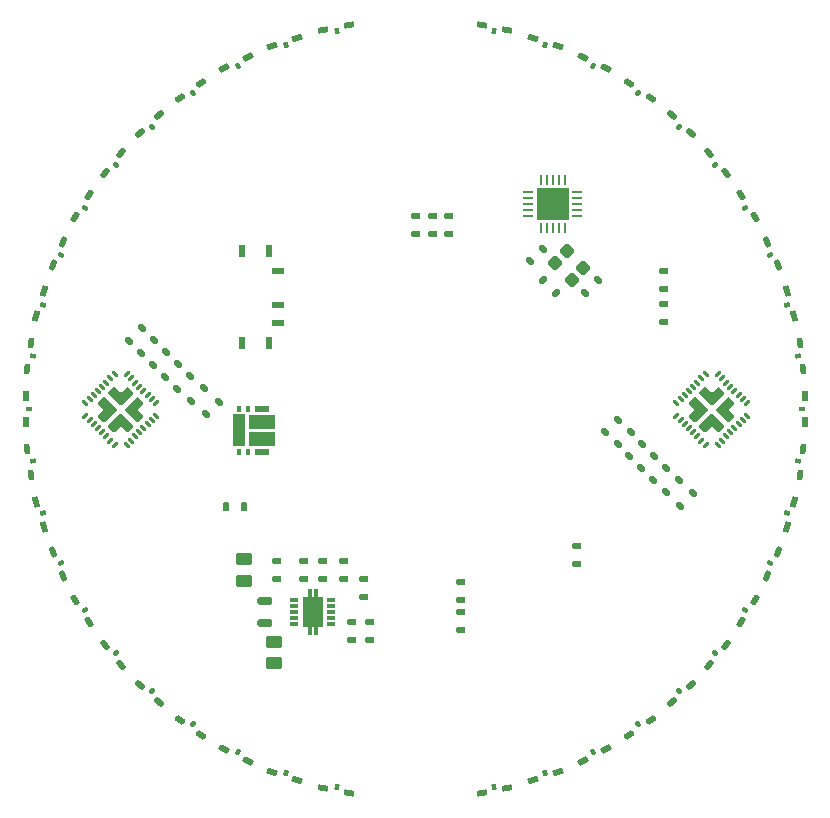
<source format=gtp>
%FSLAX24Y24*%
%MOIN*%
G70*
G01*
G75*
G04 Layer_Color=8421504*
%ADD10C,0.0100*%
%ADD11R,0.0197X0.0433*%
%ADD12R,0.0433X0.0197*%
G04:AMPARAMS|DCode=13|XSize=30mil|YSize=22mil|CornerRadius=5.5mil|HoleSize=0mil|Usage=FLASHONLY|Rotation=180.000|XOffset=0mil|YOffset=0mil|HoleType=Round|Shape=RoundedRectangle|*
%AMROUNDEDRECTD13*
21,1,0.0300,0.0110,0,0,180.0*
21,1,0.0190,0.0220,0,0,180.0*
1,1,0.0110,-0.0095,0.0055*
1,1,0.0110,0.0095,0.0055*
1,1,0.0110,0.0095,-0.0055*
1,1,0.0110,-0.0095,-0.0055*
%
%ADD13ROUNDEDRECTD13*%
G04:AMPARAMS|DCode=14|XSize=55.1mil|YSize=39.4mil|CornerRadius=4.9mil|HoleSize=0mil|Usage=FLASHONLY|Rotation=180.000|XOffset=0mil|YOffset=0mil|HoleType=Round|Shape=RoundedRectangle|*
%AMROUNDEDRECTD14*
21,1,0.0551,0.0295,0,0,180.0*
21,1,0.0453,0.0394,0,0,180.0*
1,1,0.0098,-0.0226,0.0148*
1,1,0.0098,0.0226,0.0148*
1,1,0.0098,0.0226,-0.0148*
1,1,0.0098,-0.0226,-0.0148*
%
%ADD14ROUNDEDRECTD14*%
G04:AMPARAMS|DCode=15|XSize=50mil|YSize=24mil|CornerRadius=6mil|HoleSize=0mil|Usage=FLASHONLY|Rotation=180.000|XOffset=0mil|YOffset=0mil|HoleType=Round|Shape=RoundedRectangle|*
%AMROUNDEDRECTD15*
21,1,0.0500,0.0120,0,0,180.0*
21,1,0.0380,0.0240,0,0,180.0*
1,1,0.0120,-0.0190,0.0060*
1,1,0.0120,0.0190,0.0060*
1,1,0.0120,0.0190,-0.0060*
1,1,0.0120,-0.0190,-0.0060*
%
%ADD15ROUNDEDRECTD15*%
G04:AMPARAMS|DCode=16|XSize=30mil|YSize=22mil|CornerRadius=5.5mil|HoleSize=0mil|Usage=FLASHONLY|Rotation=135.000|XOffset=0mil|YOffset=0mil|HoleType=Round|Shape=RoundedRectangle|*
%AMROUNDEDRECTD16*
21,1,0.0300,0.0110,0,0,135.0*
21,1,0.0190,0.0220,0,0,135.0*
1,1,0.0110,-0.0028,0.0106*
1,1,0.0110,0.0106,-0.0028*
1,1,0.0110,0.0028,-0.0106*
1,1,0.0110,-0.0106,0.0028*
%
%ADD16ROUNDEDRECTD16*%
%ADD17R,0.1102X0.1102*%
%ADD18O,0.0098X0.0354*%
%ADD19O,0.0354X0.0098*%
G04:AMPARAMS|DCode=20|XSize=40mil|YSize=40mil|CornerRadius=10mil|HoleSize=0mil|Usage=FLASHONLY|Rotation=135.000|XOffset=0mil|YOffset=0mil|HoleType=Round|Shape=RoundedRectangle|*
%AMROUNDEDRECTD20*
21,1,0.0400,0.0200,0,0,135.0*
21,1,0.0200,0.0400,0,0,135.0*
1,1,0.0200,0.0000,0.0141*
1,1,0.0200,0.0141,0.0000*
1,1,0.0200,0.0000,-0.0141*
1,1,0.0200,-0.0141,0.0000*
%
%ADD20ROUNDEDRECTD20*%
%ADD21P,0.1893X4X180.0*%
G04:AMPARAMS|DCode=22|XSize=9.8mil|YSize=29.5mil|CornerRadius=0mil|HoleSize=0mil|Usage=FLASHONLY|Rotation=135.000|XOffset=0mil|YOffset=0mil|HoleType=Round|Shape=Round|*
%AMOVALD22*
21,1,0.0197,0.0098,0.0000,0.0000,225.0*
1,1,0.0098,0.0070,0.0070*
1,1,0.0098,-0.0070,-0.0070*
%
%ADD22OVALD22*%

G04:AMPARAMS|DCode=23|XSize=9.8mil|YSize=29.5mil|CornerRadius=0mil|HoleSize=0mil|Usage=FLASHONLY|Rotation=225.000|XOffset=0mil|YOffset=0mil|HoleType=Round|Shape=Round|*
%AMOVALD23*
21,1,0.0197,0.0098,0.0000,0.0000,315.0*
1,1,0.0098,-0.0070,0.0070*
1,1,0.0098,0.0070,-0.0070*
%
%ADD23OVALD23*%

G04:AMPARAMS|DCode=24|XSize=35.4mil|YSize=19.7mil|CornerRadius=2.5mil|HoleSize=0mil|Usage=FLASHONLY|Rotation=170.000|XOffset=0mil|YOffset=0mil|HoleType=Round|Shape=RoundedRectangle|*
%AMROUNDEDRECTD24*
21,1,0.0354,0.0148,0,0,170.0*
21,1,0.0305,0.0197,0,0,170.0*
1,1,0.0049,-0.0137,0.0099*
1,1,0.0049,0.0163,0.0046*
1,1,0.0049,0.0137,-0.0099*
1,1,0.0049,-0.0163,-0.0046*
%
%ADD24ROUNDEDRECTD24*%
G04:AMPARAMS|DCode=25|XSize=15.7mil|YSize=19.7mil|CornerRadius=2mil|HoleSize=0mil|Usage=FLASHONLY|Rotation=170.000|XOffset=0mil|YOffset=0mil|HoleType=Round|Shape=RoundedRectangle|*
%AMROUNDEDRECTD25*
21,1,0.0157,0.0157,0,0,170.0*
21,1,0.0118,0.0197,0,0,170.0*
1,1,0.0039,-0.0044,0.0088*
1,1,0.0039,0.0072,0.0067*
1,1,0.0039,0.0044,-0.0088*
1,1,0.0039,-0.0072,-0.0067*
%
%ADD25ROUNDEDRECTD25*%
G04:AMPARAMS|DCode=26|XSize=35.4mil|YSize=19.7mil|CornerRadius=2.5mil|HoleSize=0mil|Usage=FLASHONLY|Rotation=162.000|XOffset=0mil|YOffset=0mil|HoleType=Round|Shape=RoundedRectangle|*
%AMROUNDEDRECTD26*
21,1,0.0354,0.0148,0,0,162.0*
21,1,0.0305,0.0197,0,0,162.0*
1,1,0.0049,-0.0122,0.0117*
1,1,0.0049,0.0168,0.0023*
1,1,0.0049,0.0122,-0.0117*
1,1,0.0049,-0.0168,-0.0023*
%
%ADD26ROUNDEDRECTD26*%
G04:AMPARAMS|DCode=27|XSize=15.7mil|YSize=19.7mil|CornerRadius=2mil|HoleSize=0mil|Usage=FLASHONLY|Rotation=162.000|XOffset=0mil|YOffset=0mil|HoleType=Round|Shape=RoundedRectangle|*
%AMROUNDEDRECTD27*
21,1,0.0157,0.0157,0,0,162.0*
21,1,0.0118,0.0197,0,0,162.0*
1,1,0.0039,-0.0032,0.0093*
1,1,0.0039,0.0081,0.0057*
1,1,0.0039,0.0032,-0.0093*
1,1,0.0039,-0.0081,-0.0057*
%
%ADD27ROUNDEDRECTD27*%
G04:AMPARAMS|DCode=28|XSize=35.4mil|YSize=19.7mil|CornerRadius=2.5mil|HoleSize=0mil|Usage=FLASHONLY|Rotation=154.000|XOffset=0mil|YOffset=0mil|HoleType=Round|Shape=RoundedRectangle|*
%AMROUNDEDRECTD28*
21,1,0.0354,0.0148,0,0,154.0*
21,1,0.0305,0.0197,0,0,154.0*
1,1,0.0049,-0.0105,0.0133*
1,1,0.0049,0.0169,-0.0001*
1,1,0.0049,0.0105,-0.0133*
1,1,0.0049,-0.0169,0.0001*
%
%ADD28ROUNDEDRECTD28*%
G04:AMPARAMS|DCode=29|XSize=15.7mil|YSize=19.7mil|CornerRadius=2mil|HoleSize=0mil|Usage=FLASHONLY|Rotation=154.000|XOffset=0mil|YOffset=0mil|HoleType=Round|Shape=RoundedRectangle|*
%AMROUNDEDRECTD29*
21,1,0.0157,0.0157,0,0,154.0*
21,1,0.0118,0.0197,0,0,154.0*
1,1,0.0039,-0.0019,0.0097*
1,1,0.0039,0.0088,0.0045*
1,1,0.0039,0.0019,-0.0097*
1,1,0.0039,-0.0088,-0.0045*
%
%ADD29ROUNDEDRECTD29*%
G04:AMPARAMS|DCode=30|XSize=35.4mil|YSize=19.7mil|CornerRadius=2.5mil|HoleSize=0mil|Usage=FLASHONLY|Rotation=146.000|XOffset=0mil|YOffset=0mil|HoleType=Round|Shape=RoundedRectangle|*
%AMROUNDEDRECTD30*
21,1,0.0354,0.0148,0,0,146.0*
21,1,0.0305,0.0197,0,0,146.0*
1,1,0.0049,-0.0085,0.0147*
1,1,0.0049,0.0168,-0.0024*
1,1,0.0049,0.0085,-0.0147*
1,1,0.0049,-0.0168,0.0024*
%
%ADD30ROUNDEDRECTD30*%
G04:AMPARAMS|DCode=31|XSize=15.7mil|YSize=19.7mil|CornerRadius=2mil|HoleSize=0mil|Usage=FLASHONLY|Rotation=146.000|XOffset=0mil|YOffset=0mil|HoleType=Round|Shape=RoundedRectangle|*
%AMROUNDEDRECTD31*
21,1,0.0157,0.0157,0,0,146.0*
21,1,0.0118,0.0197,0,0,146.0*
1,1,0.0039,-0.0005,0.0098*
1,1,0.0039,0.0093,0.0032*
1,1,0.0039,0.0005,-0.0098*
1,1,0.0039,-0.0093,-0.0032*
%
%ADD31ROUNDEDRECTD31*%
G04:AMPARAMS|DCode=32|XSize=35.4mil|YSize=19.7mil|CornerRadius=2.5mil|HoleSize=0mil|Usage=FLASHONLY|Rotation=138.000|XOffset=0mil|YOffset=0mil|HoleType=Round|Shape=RoundedRectangle|*
%AMROUNDEDRECTD32*
21,1,0.0354,0.0148,0,0,138.0*
21,1,0.0305,0.0197,0,0,138.0*
1,1,0.0049,-0.0064,0.0157*
1,1,0.0049,0.0163,-0.0047*
1,1,0.0049,0.0064,-0.0157*
1,1,0.0049,-0.0163,0.0047*
%
%ADD32ROUNDEDRECTD32*%
G04:AMPARAMS|DCode=33|XSize=15.7mil|YSize=19.7mil|CornerRadius=2mil|HoleSize=0mil|Usage=FLASHONLY|Rotation=138.000|XOffset=0mil|YOffset=0mil|HoleType=Round|Shape=RoundedRectangle|*
%AMROUNDEDRECTD33*
21,1,0.0157,0.0157,0,0,138.0*
21,1,0.0118,0.0197,0,0,138.0*
1,1,0.0039,0.0009,0.0098*
1,1,0.0039,0.0097,0.0019*
1,1,0.0039,-0.0009,-0.0098*
1,1,0.0039,-0.0097,-0.0019*
%
%ADD33ROUNDEDRECTD33*%
G04:AMPARAMS|DCode=34|XSize=35.4mil|YSize=19.7mil|CornerRadius=2.5mil|HoleSize=0mil|Usage=FLASHONLY|Rotation=130.000|XOffset=0mil|YOffset=0mil|HoleType=Round|Shape=RoundedRectangle|*
%AMROUNDEDRECTD34*
21,1,0.0354,0.0148,0,0,130.0*
21,1,0.0305,0.0197,0,0,130.0*
1,1,0.0049,-0.0042,0.0164*
1,1,0.0049,0.0155,-0.0069*
1,1,0.0049,0.0042,-0.0164*
1,1,0.0049,-0.0155,0.0069*
%
%ADD34ROUNDEDRECTD34*%
G04:AMPARAMS|DCode=35|XSize=15.7mil|YSize=19.7mil|CornerRadius=2mil|HoleSize=0mil|Usage=FLASHONLY|Rotation=130.000|XOffset=0mil|YOffset=0mil|HoleType=Round|Shape=RoundedRectangle|*
%AMROUNDEDRECTD35*
21,1,0.0157,0.0157,0,0,130.0*
21,1,0.0118,0.0197,0,0,130.0*
1,1,0.0039,0.0022,0.0096*
1,1,0.0039,0.0098,0.0005*
1,1,0.0039,-0.0022,-0.0096*
1,1,0.0039,-0.0098,-0.0005*
%
%ADD35ROUNDEDRECTD35*%
G04:AMPARAMS|DCode=36|XSize=35.4mil|YSize=19.7mil|CornerRadius=2.5mil|HoleSize=0mil|Usage=FLASHONLY|Rotation=122.000|XOffset=0mil|YOffset=0mil|HoleType=Round|Shape=RoundedRectangle|*
%AMROUNDEDRECTD36*
21,1,0.0354,0.0148,0,0,122.0*
21,1,0.0305,0.0197,0,0,122.0*
1,1,0.0049,-0.0018,0.0169*
1,1,0.0049,0.0143,-0.0090*
1,1,0.0049,0.0018,-0.0169*
1,1,0.0049,-0.0143,0.0090*
%
%ADD36ROUNDEDRECTD36*%
G04:AMPARAMS|DCode=37|XSize=15.7mil|YSize=19.7mil|CornerRadius=2mil|HoleSize=0mil|Usage=FLASHONLY|Rotation=122.000|XOffset=0mil|YOffset=0mil|HoleType=Round|Shape=RoundedRectangle|*
%AMROUNDEDRECTD37*
21,1,0.0157,0.0157,0,0,122.0*
21,1,0.0118,0.0197,0,0,122.0*
1,1,0.0039,0.0035,0.0092*
1,1,0.0039,0.0098,-0.0008*
1,1,0.0039,-0.0035,-0.0092*
1,1,0.0039,-0.0098,0.0008*
%
%ADD37ROUNDEDRECTD37*%
G04:AMPARAMS|DCode=38|XSize=35.4mil|YSize=19.7mil|CornerRadius=2.5mil|HoleSize=0mil|Usage=FLASHONLY|Rotation=114.000|XOffset=0mil|YOffset=0mil|HoleType=Round|Shape=RoundedRectangle|*
%AMROUNDEDRECTD38*
21,1,0.0354,0.0148,0,0,114.0*
21,1,0.0305,0.0197,0,0,114.0*
1,1,0.0049,0.0005,0.0169*
1,1,0.0049,0.0129,-0.0109*
1,1,0.0049,-0.0005,-0.0169*
1,1,0.0049,-0.0129,0.0109*
%
%ADD38ROUNDEDRECTD38*%
G04:AMPARAMS|DCode=39|XSize=15.7mil|YSize=19.7mil|CornerRadius=2mil|HoleSize=0mil|Usage=FLASHONLY|Rotation=114.000|XOffset=0mil|YOffset=0mil|HoleType=Round|Shape=RoundedRectangle|*
%AMROUNDEDRECTD39*
21,1,0.0157,0.0157,0,0,114.0*
21,1,0.0118,0.0197,0,0,114.0*
1,1,0.0039,0.0048,0.0086*
1,1,0.0039,0.0096,-0.0022*
1,1,0.0039,-0.0048,-0.0086*
1,1,0.0039,-0.0096,0.0022*
%
%ADD39ROUNDEDRECTD39*%
G04:AMPARAMS|DCode=40|XSize=35.4mil|YSize=19.7mil|CornerRadius=2.5mil|HoleSize=0mil|Usage=FLASHONLY|Rotation=106.000|XOffset=0mil|YOffset=0mil|HoleType=Round|Shape=RoundedRectangle|*
%AMROUNDEDRECTD40*
21,1,0.0354,0.0148,0,0,106.0*
21,1,0.0305,0.0197,0,0,106.0*
1,1,0.0049,0.0029,0.0167*
1,1,0.0049,0.0113,-0.0126*
1,1,0.0049,-0.0029,-0.0167*
1,1,0.0049,-0.0113,0.0126*
%
%ADD40ROUNDEDRECTD40*%
G04:AMPARAMS|DCode=41|XSize=15.7mil|YSize=19.7mil|CornerRadius=2mil|HoleSize=0mil|Usage=FLASHONLY|Rotation=106.000|XOffset=0mil|YOffset=0mil|HoleType=Round|Shape=RoundedRectangle|*
%AMROUNDEDRECTD41*
21,1,0.0157,0.0157,0,0,106.0*
21,1,0.0118,0.0197,0,0,106.0*
1,1,0.0039,0.0059,0.0078*
1,1,0.0039,0.0092,-0.0035*
1,1,0.0039,-0.0059,-0.0078*
1,1,0.0039,-0.0092,0.0035*
%
%ADD41ROUNDEDRECTD41*%
G04:AMPARAMS|DCode=42|XSize=35.4mil|YSize=19.7mil|CornerRadius=2.5mil|HoleSize=0mil|Usage=FLASHONLY|Rotation=98.000|XOffset=0mil|YOffset=0mil|HoleType=Round|Shape=RoundedRectangle|*
%AMROUNDEDRECTD42*
21,1,0.0354,0.0148,0,0,98.0*
21,1,0.0305,0.0197,0,0,98.0*
1,1,0.0049,0.0052,0.0161*
1,1,0.0049,0.0094,-0.0141*
1,1,0.0049,-0.0052,-0.0161*
1,1,0.0049,-0.0094,0.0141*
%
%ADD42ROUNDEDRECTD42*%
G04:AMPARAMS|DCode=43|XSize=15.7mil|YSize=19.7mil|CornerRadius=2mil|HoleSize=0mil|Usage=FLASHONLY|Rotation=98.000|XOffset=0mil|YOffset=0mil|HoleType=Round|Shape=RoundedRectangle|*
%AMROUNDEDRECTD43*
21,1,0.0157,0.0157,0,0,98.0*
21,1,0.0118,0.0197,0,0,98.0*
1,1,0.0039,0.0070,0.0069*
1,1,0.0039,0.0086,-0.0048*
1,1,0.0039,-0.0070,-0.0069*
1,1,0.0039,-0.0086,0.0048*
%
%ADD43ROUNDEDRECTD43*%
G04:AMPARAMS|DCode=44|XSize=35.4mil|YSize=19.7mil|CornerRadius=2.5mil|HoleSize=0mil|Usage=FLASHONLY|Rotation=10.000|XOffset=0mil|YOffset=0mil|HoleType=Round|Shape=RoundedRectangle|*
%AMROUNDEDRECTD44*
21,1,0.0354,0.0148,0,0,10.0*
21,1,0.0305,0.0197,0,0,10.0*
1,1,0.0049,0.0163,-0.0046*
1,1,0.0049,-0.0137,-0.0099*
1,1,0.0049,-0.0163,0.0046*
1,1,0.0049,0.0137,0.0099*
%
%ADD44ROUNDEDRECTD44*%
G04:AMPARAMS|DCode=45|XSize=15.7mil|YSize=19.7mil|CornerRadius=2mil|HoleSize=0mil|Usage=FLASHONLY|Rotation=10.000|XOffset=0mil|YOffset=0mil|HoleType=Round|Shape=RoundedRectangle|*
%AMROUNDEDRECTD45*
21,1,0.0157,0.0157,0,0,10.0*
21,1,0.0118,0.0197,0,0,10.0*
1,1,0.0039,0.0072,-0.0067*
1,1,0.0039,-0.0044,-0.0088*
1,1,0.0039,-0.0072,0.0067*
1,1,0.0039,0.0044,0.0088*
%
%ADD45ROUNDEDRECTD45*%
G04:AMPARAMS|DCode=46|XSize=35.4mil|YSize=19.7mil|CornerRadius=2.5mil|HoleSize=0mil|Usage=FLASHONLY|Rotation=18.000|XOffset=0mil|YOffset=0mil|HoleType=Round|Shape=RoundedRectangle|*
%AMROUNDEDRECTD46*
21,1,0.0354,0.0148,0,0,18.0*
21,1,0.0305,0.0197,0,0,18.0*
1,1,0.0049,0.0168,-0.0023*
1,1,0.0049,-0.0122,-0.0117*
1,1,0.0049,-0.0168,0.0023*
1,1,0.0049,0.0122,0.0117*
%
%ADD46ROUNDEDRECTD46*%
G04:AMPARAMS|DCode=47|XSize=15.7mil|YSize=19.7mil|CornerRadius=2mil|HoleSize=0mil|Usage=FLASHONLY|Rotation=18.000|XOffset=0mil|YOffset=0mil|HoleType=Round|Shape=RoundedRectangle|*
%AMROUNDEDRECTD47*
21,1,0.0157,0.0157,0,0,18.0*
21,1,0.0118,0.0197,0,0,18.0*
1,1,0.0039,0.0081,-0.0057*
1,1,0.0039,-0.0032,-0.0093*
1,1,0.0039,-0.0081,0.0057*
1,1,0.0039,0.0032,0.0093*
%
%ADD47ROUNDEDRECTD47*%
G04:AMPARAMS|DCode=48|XSize=35.4mil|YSize=19.7mil|CornerRadius=2.5mil|HoleSize=0mil|Usage=FLASHONLY|Rotation=26.000|XOffset=0mil|YOffset=0mil|HoleType=Round|Shape=RoundedRectangle|*
%AMROUNDEDRECTD48*
21,1,0.0354,0.0148,0,0,26.0*
21,1,0.0305,0.0197,0,0,26.0*
1,1,0.0049,0.0169,0.0001*
1,1,0.0049,-0.0105,-0.0133*
1,1,0.0049,-0.0169,-0.0001*
1,1,0.0049,0.0105,0.0133*
%
%ADD48ROUNDEDRECTD48*%
G04:AMPARAMS|DCode=49|XSize=15.7mil|YSize=19.7mil|CornerRadius=2mil|HoleSize=0mil|Usage=FLASHONLY|Rotation=26.000|XOffset=0mil|YOffset=0mil|HoleType=Round|Shape=RoundedRectangle|*
%AMROUNDEDRECTD49*
21,1,0.0157,0.0157,0,0,26.0*
21,1,0.0118,0.0197,0,0,26.0*
1,1,0.0039,0.0088,-0.0045*
1,1,0.0039,-0.0019,-0.0097*
1,1,0.0039,-0.0088,0.0045*
1,1,0.0039,0.0019,0.0097*
%
%ADD49ROUNDEDRECTD49*%
G04:AMPARAMS|DCode=50|XSize=35.4mil|YSize=19.7mil|CornerRadius=2.5mil|HoleSize=0mil|Usage=FLASHONLY|Rotation=34.000|XOffset=0mil|YOffset=0mil|HoleType=Round|Shape=RoundedRectangle|*
%AMROUNDEDRECTD50*
21,1,0.0354,0.0148,0,0,34.0*
21,1,0.0305,0.0197,0,0,34.0*
1,1,0.0049,0.0168,0.0024*
1,1,0.0049,-0.0085,-0.0147*
1,1,0.0049,-0.0168,-0.0024*
1,1,0.0049,0.0085,0.0147*
%
%ADD50ROUNDEDRECTD50*%
G04:AMPARAMS|DCode=51|XSize=15.7mil|YSize=19.7mil|CornerRadius=2mil|HoleSize=0mil|Usage=FLASHONLY|Rotation=34.000|XOffset=0mil|YOffset=0mil|HoleType=Round|Shape=RoundedRectangle|*
%AMROUNDEDRECTD51*
21,1,0.0157,0.0157,0,0,34.0*
21,1,0.0118,0.0197,0,0,34.0*
1,1,0.0039,0.0093,-0.0032*
1,1,0.0039,-0.0005,-0.0098*
1,1,0.0039,-0.0093,0.0032*
1,1,0.0039,0.0005,0.0098*
%
%ADD51ROUNDEDRECTD51*%
G04:AMPARAMS|DCode=52|XSize=35.4mil|YSize=19.7mil|CornerRadius=2.5mil|HoleSize=0mil|Usage=FLASHONLY|Rotation=42.000|XOffset=0mil|YOffset=0mil|HoleType=Round|Shape=RoundedRectangle|*
%AMROUNDEDRECTD52*
21,1,0.0354,0.0148,0,0,42.0*
21,1,0.0305,0.0197,0,0,42.0*
1,1,0.0049,0.0163,0.0047*
1,1,0.0049,-0.0064,-0.0157*
1,1,0.0049,-0.0163,-0.0047*
1,1,0.0049,0.0064,0.0157*
%
%ADD52ROUNDEDRECTD52*%
G04:AMPARAMS|DCode=53|XSize=15.7mil|YSize=19.7mil|CornerRadius=2mil|HoleSize=0mil|Usage=FLASHONLY|Rotation=42.000|XOffset=0mil|YOffset=0mil|HoleType=Round|Shape=RoundedRectangle|*
%AMROUNDEDRECTD53*
21,1,0.0157,0.0157,0,0,42.0*
21,1,0.0118,0.0197,0,0,42.0*
1,1,0.0039,0.0097,-0.0019*
1,1,0.0039,0.0009,-0.0098*
1,1,0.0039,-0.0097,0.0019*
1,1,0.0039,-0.0009,0.0098*
%
%ADD53ROUNDEDRECTD53*%
G04:AMPARAMS|DCode=54|XSize=35.4mil|YSize=19.7mil|CornerRadius=2.5mil|HoleSize=0mil|Usage=FLASHONLY|Rotation=50.000|XOffset=0mil|YOffset=0mil|HoleType=Round|Shape=RoundedRectangle|*
%AMROUNDEDRECTD54*
21,1,0.0354,0.0148,0,0,50.0*
21,1,0.0305,0.0197,0,0,50.0*
1,1,0.0049,0.0155,0.0069*
1,1,0.0049,-0.0042,-0.0164*
1,1,0.0049,-0.0155,-0.0069*
1,1,0.0049,0.0042,0.0164*
%
%ADD54ROUNDEDRECTD54*%
G04:AMPARAMS|DCode=55|XSize=15.7mil|YSize=19.7mil|CornerRadius=2mil|HoleSize=0mil|Usage=FLASHONLY|Rotation=50.000|XOffset=0mil|YOffset=0mil|HoleType=Round|Shape=RoundedRectangle|*
%AMROUNDEDRECTD55*
21,1,0.0157,0.0157,0,0,50.0*
21,1,0.0118,0.0197,0,0,50.0*
1,1,0.0039,0.0098,-0.0005*
1,1,0.0039,0.0022,-0.0096*
1,1,0.0039,-0.0098,0.0005*
1,1,0.0039,-0.0022,0.0096*
%
%ADD55ROUNDEDRECTD55*%
G04:AMPARAMS|DCode=56|XSize=35.4mil|YSize=19.7mil|CornerRadius=2.5mil|HoleSize=0mil|Usage=FLASHONLY|Rotation=58.000|XOffset=0mil|YOffset=0mil|HoleType=Round|Shape=RoundedRectangle|*
%AMROUNDEDRECTD56*
21,1,0.0354,0.0148,0,0,58.0*
21,1,0.0305,0.0197,0,0,58.0*
1,1,0.0049,0.0143,0.0090*
1,1,0.0049,-0.0018,-0.0169*
1,1,0.0049,-0.0143,-0.0090*
1,1,0.0049,0.0018,0.0169*
%
%ADD56ROUNDEDRECTD56*%
G04:AMPARAMS|DCode=57|XSize=15.7mil|YSize=19.7mil|CornerRadius=2mil|HoleSize=0mil|Usage=FLASHONLY|Rotation=58.000|XOffset=0mil|YOffset=0mil|HoleType=Round|Shape=RoundedRectangle|*
%AMROUNDEDRECTD57*
21,1,0.0157,0.0157,0,0,58.0*
21,1,0.0118,0.0197,0,0,58.0*
1,1,0.0039,0.0098,0.0008*
1,1,0.0039,0.0035,-0.0092*
1,1,0.0039,-0.0098,-0.0008*
1,1,0.0039,-0.0035,0.0092*
%
%ADD57ROUNDEDRECTD57*%
G04:AMPARAMS|DCode=58|XSize=35.4mil|YSize=19.7mil|CornerRadius=2.5mil|HoleSize=0mil|Usage=FLASHONLY|Rotation=66.000|XOffset=0mil|YOffset=0mil|HoleType=Round|Shape=RoundedRectangle|*
%AMROUNDEDRECTD58*
21,1,0.0354,0.0148,0,0,66.0*
21,1,0.0305,0.0197,0,0,66.0*
1,1,0.0049,0.0129,0.0109*
1,1,0.0049,0.0005,-0.0169*
1,1,0.0049,-0.0129,-0.0109*
1,1,0.0049,-0.0005,0.0169*
%
%ADD58ROUNDEDRECTD58*%
G04:AMPARAMS|DCode=59|XSize=15.7mil|YSize=19.7mil|CornerRadius=2mil|HoleSize=0mil|Usage=FLASHONLY|Rotation=66.000|XOffset=0mil|YOffset=0mil|HoleType=Round|Shape=RoundedRectangle|*
%AMROUNDEDRECTD59*
21,1,0.0157,0.0157,0,0,66.0*
21,1,0.0118,0.0197,0,0,66.0*
1,1,0.0039,0.0096,0.0022*
1,1,0.0039,0.0048,-0.0086*
1,1,0.0039,-0.0096,-0.0022*
1,1,0.0039,-0.0048,0.0086*
%
%ADD59ROUNDEDRECTD59*%
G04:AMPARAMS|DCode=60|XSize=35.4mil|YSize=19.7mil|CornerRadius=2.5mil|HoleSize=0mil|Usage=FLASHONLY|Rotation=74.000|XOffset=0mil|YOffset=0mil|HoleType=Round|Shape=RoundedRectangle|*
%AMROUNDEDRECTD60*
21,1,0.0354,0.0148,0,0,74.0*
21,1,0.0305,0.0197,0,0,74.0*
1,1,0.0049,0.0113,0.0126*
1,1,0.0049,0.0029,-0.0167*
1,1,0.0049,-0.0113,-0.0126*
1,1,0.0049,-0.0029,0.0167*
%
%ADD60ROUNDEDRECTD60*%
G04:AMPARAMS|DCode=61|XSize=15.7mil|YSize=19.7mil|CornerRadius=2mil|HoleSize=0mil|Usage=FLASHONLY|Rotation=74.000|XOffset=0mil|YOffset=0mil|HoleType=Round|Shape=RoundedRectangle|*
%AMROUNDEDRECTD61*
21,1,0.0157,0.0157,0,0,74.0*
21,1,0.0118,0.0197,0,0,74.0*
1,1,0.0039,0.0092,0.0035*
1,1,0.0039,0.0059,-0.0078*
1,1,0.0039,-0.0092,-0.0035*
1,1,0.0039,-0.0059,0.0078*
%
%ADD61ROUNDEDRECTD61*%
G04:AMPARAMS|DCode=62|XSize=35.4mil|YSize=19.7mil|CornerRadius=2.5mil|HoleSize=0mil|Usage=FLASHONLY|Rotation=82.000|XOffset=0mil|YOffset=0mil|HoleType=Round|Shape=RoundedRectangle|*
%AMROUNDEDRECTD62*
21,1,0.0354,0.0148,0,0,82.0*
21,1,0.0305,0.0197,0,0,82.0*
1,1,0.0049,0.0094,0.0141*
1,1,0.0049,0.0052,-0.0161*
1,1,0.0049,-0.0094,-0.0141*
1,1,0.0049,-0.0052,0.0161*
%
%ADD62ROUNDEDRECTD62*%
G04:AMPARAMS|DCode=63|XSize=15.7mil|YSize=19.7mil|CornerRadius=2mil|HoleSize=0mil|Usage=FLASHONLY|Rotation=82.000|XOffset=0mil|YOffset=0mil|HoleType=Round|Shape=RoundedRectangle|*
%AMROUNDEDRECTD63*
21,1,0.0157,0.0157,0,0,82.0*
21,1,0.0118,0.0197,0,0,82.0*
1,1,0.0039,0.0086,0.0048*
1,1,0.0039,0.0070,-0.0069*
1,1,0.0039,-0.0086,-0.0048*
1,1,0.0039,-0.0070,0.0069*
%
%ADD63ROUNDEDRECTD63*%
G04:AMPARAMS|DCode=64|XSize=35.4mil|YSize=19.7mil|CornerRadius=2.5mil|HoleSize=0mil|Usage=FLASHONLY|Rotation=90.000|XOffset=0mil|YOffset=0mil|HoleType=Round|Shape=RoundedRectangle|*
%AMROUNDEDRECTD64*
21,1,0.0354,0.0148,0,0,90.0*
21,1,0.0305,0.0197,0,0,90.0*
1,1,0.0049,0.0074,0.0153*
1,1,0.0049,0.0074,-0.0153*
1,1,0.0049,-0.0074,-0.0153*
1,1,0.0049,-0.0074,0.0153*
%
%ADD64ROUNDEDRECTD64*%
G04:AMPARAMS|DCode=65|XSize=15.7mil|YSize=19.7mil|CornerRadius=2mil|HoleSize=0mil|Usage=FLASHONLY|Rotation=90.000|XOffset=0mil|YOffset=0mil|HoleType=Round|Shape=RoundedRectangle|*
%AMROUNDEDRECTD65*
21,1,0.0157,0.0157,0,0,90.0*
21,1,0.0118,0.0197,0,0,90.0*
1,1,0.0039,0.0079,0.0059*
1,1,0.0039,0.0079,-0.0059*
1,1,0.0039,-0.0079,-0.0059*
1,1,0.0039,-0.0079,0.0059*
%
%ADD65ROUNDEDRECTD65*%
%ADD66R,0.0886X0.0472*%
%ADD67R,0.0433X0.1063*%
%ADD68R,0.0138X0.0236*%
%ADD69R,0.0453X0.0236*%
G04:AMPARAMS|DCode=70|XSize=30mil|YSize=22mil|CornerRadius=5.5mil|HoleSize=0mil|Usage=FLASHONLY|Rotation=225.000|XOffset=0mil|YOffset=0mil|HoleType=Round|Shape=RoundedRectangle|*
%AMROUNDEDRECTD70*
21,1,0.0300,0.0110,0,0,225.0*
21,1,0.0190,0.0220,0,0,225.0*
1,1,0.0110,-0.0106,-0.0028*
1,1,0.0110,0.0028,0.0106*
1,1,0.0110,0.0106,0.0028*
1,1,0.0110,-0.0028,-0.0106*
%
%ADD70ROUNDEDRECTD70*%
%ADD71R,0.0256X0.0118*%
%ADD72R,0.0689X0.0984*%
%ADD73R,0.0118X0.0256*%
G04:AMPARAMS|DCode=74|XSize=30mil|YSize=22mil|CornerRadius=5.5mil|HoleSize=0mil|Usage=FLASHONLY|Rotation=270.000|XOffset=0mil|YOffset=0mil|HoleType=Round|Shape=RoundedRectangle|*
%AMROUNDEDRECTD74*
21,1,0.0300,0.0110,0,0,270.0*
21,1,0.0190,0.0220,0,0,270.0*
1,1,0.0110,-0.0055,-0.0095*
1,1,0.0110,-0.0055,0.0095*
1,1,0.0110,0.0055,0.0095*
1,1,0.0110,0.0055,-0.0095*
%
%ADD74ROUNDEDRECTD74*%
%ADD75C,0.0200*%
%ADD76C,0.0080*%
%ADD77R,0.4350X0.1000*%
%ADD78R,0.4400X0.1650*%
%ADD79C,0.0276*%
%ADD80R,0.0591X0.0591*%
%ADD81R,0.0591X0.0591*%
%ADD82C,0.0591*%
%ADD83C,0.0250*%
%ADD84C,0.0260*%
%ADD85C,0.0157*%
%ADD86C,0.0300*%
%ADD87C,0.0500*%
%ADD88C,0.0197*%
%ADD89P,0.0341X8X157.5*%
G04:AMPARAMS|DCode=90|XSize=133.9mil|YSize=141.7mil|CornerRadius=0.7mil|HoleSize=0mil|Usage=FLASHONLY|Rotation=135.000|XOffset=0mil|YOffset=0mil|HoleType=Round|Shape=RoundedRectangle|*
%AMROUNDEDRECTD90*
21,1,0.1339,0.1404,0,0,135.0*
21,1,0.1325,0.1417,0,0,135.0*
1,1,0.0013,0.0028,0.0965*
1,1,0.0013,0.0965,0.0028*
1,1,0.0013,-0.0028,-0.0965*
1,1,0.0013,-0.0965,-0.0028*
%
%ADD90ROUNDEDRECTD90*%
G04:AMPARAMS|DCode=91|XSize=133.9mil|YSize=141.7mil|CornerRadius=0.7mil|HoleSize=0mil|Usage=FLASHONLY|Rotation=225.000|XOffset=0mil|YOffset=0mil|HoleType=Round|Shape=RoundedRectangle|*
%AMROUNDEDRECTD91*
21,1,0.1339,0.1404,0,0,225.0*
21,1,0.1325,0.1417,0,0,225.0*
1,1,0.0013,-0.0965,0.0028*
1,1,0.0013,-0.0028,0.0965*
1,1,0.0013,0.0965,-0.0028*
1,1,0.0013,0.0028,-0.0965*
%
%ADD91ROUNDEDRECTD91*%
G04:AMPARAMS|DCode=92|XSize=24mil|YSize=30mil|CornerRadius=6mil|HoleSize=0mil|Usage=FLASHONLY|Rotation=270.000|XOffset=0mil|YOffset=0mil|HoleType=Round|Shape=RoundedRectangle|*
%AMROUNDEDRECTD92*
21,1,0.0240,0.0180,0,0,270.0*
21,1,0.0120,0.0300,0,0,270.0*
1,1,0.0120,-0.0090,-0.0060*
1,1,0.0120,-0.0090,0.0060*
1,1,0.0120,0.0090,0.0060*
1,1,0.0120,0.0090,-0.0060*
%
%ADD92ROUNDEDRECTD92*%
%ADD93R,0.4350X0.0950*%
%ADD94C,0.0098*%
%ADD95C,0.0039*%
%ADD96C,0.0079*%
%ADD97C,0.0010*%
%ADD98C,0.0050*%
%ADD99C,0.0138*%
%ADD100P,0.0000X4X180.0*%
G36*
X29021Y39768D02*
X29411Y39378D01*
Y39322D01*
X29021Y38932D01*
X28965D01*
X28798Y39099D01*
Y39155D01*
X28965Y39322D01*
Y39378D01*
X28798Y39545D01*
Y39601D01*
X28965Y39768D01*
X29021D01*
D02*
G37*
G36*
X30302Y39601D02*
Y39545D01*
X30135Y39378D01*
Y39322D01*
X30302Y39155D01*
Y39099D01*
X30135Y38932D01*
X30079D01*
X29689Y39322D01*
Y39378D01*
X30079Y39768D01*
X30135D01*
X30302Y39601D01*
D02*
G37*
G36*
X29968Y38821D02*
Y38765D01*
X29801Y38598D01*
X29745D01*
X29578Y38765D01*
X29522D01*
X29355Y38598D01*
X29299D01*
X29132Y38765D01*
Y38821D01*
X29522Y39211D01*
X29578D01*
X29968Y38821D01*
D02*
G37*
G36*
X49668D02*
Y38765D01*
X49501Y38598D01*
X49445D01*
X49278Y38765D01*
X49222D01*
X49055Y38598D01*
X48999D01*
X48832Y38765D01*
Y38821D01*
X49222Y39211D01*
X49278D01*
X49668Y38821D01*
D02*
G37*
G36*
X29801Y40102D02*
X29968Y39935D01*
Y39879D01*
X29578Y39489D01*
X29522D01*
X29132Y39879D01*
Y39935D01*
X29299Y40102D01*
X29355D01*
X29522Y39935D01*
X29578D01*
X29745Y40102D01*
X29801D01*
D02*
G37*
G36*
X49668Y39935D02*
Y39879D01*
X49278Y39489D01*
X49222D01*
X48832Y39879D01*
Y39935D01*
X48999Y40102D01*
X49055D01*
X49222Y39935D01*
X49278D01*
X49445Y40102D01*
X49501D01*
X49668Y39935D01*
D02*
G37*
G36*
X48721Y39768D02*
X49111Y39378D01*
Y39322D01*
X48721Y38932D01*
X48665D01*
X48498Y39099D01*
Y39155D01*
X48665Y39322D01*
Y39378D01*
X48498Y39545D01*
Y39601D01*
X48665Y39768D01*
X48721D01*
D02*
G37*
G36*
X50002Y39601D02*
Y39545D01*
X49835Y39378D01*
Y39322D01*
X50002Y39155D01*
Y39099D01*
X49835Y38932D01*
X49779D01*
X49389Y39322D01*
Y39378D01*
X49779Y39768D01*
X49835D01*
X50002Y39601D01*
D02*
G37*
D11*
X33597Y44626D02*
D03*
X34503D02*
D03*
X33597Y41574D02*
D03*
X34503D02*
D03*
D12*
X34778Y43966D02*
D03*
Y42824D02*
D03*
Y42234D02*
D03*
D13*
X37000Y33700D02*
D03*
Y34300D02*
D03*
X36300Y33700D02*
D03*
Y34300D02*
D03*
X37650Y33100D02*
D03*
Y33700D02*
D03*
X47650Y42850D02*
D03*
Y42250D02*
D03*
X40900Y33000D02*
D03*
Y33600D02*
D03*
Y32000D02*
D03*
Y32600D02*
D03*
X47650Y43950D02*
D03*
Y43350D02*
D03*
X44750Y34800D02*
D03*
Y34200D02*
D03*
X40500Y45200D02*
D03*
Y45800D02*
D03*
X39400Y45200D02*
D03*
Y45800D02*
D03*
X39950Y45200D02*
D03*
Y45800D02*
D03*
X34750Y34300D02*
D03*
Y33700D02*
D03*
X37250Y31650D02*
D03*
Y32250D02*
D03*
X37850D02*
D03*
Y31650D02*
D03*
X35650Y34300D02*
D03*
Y33700D02*
D03*
D14*
X33650Y34354D02*
D03*
Y33646D02*
D03*
X34650Y31604D02*
D03*
Y30896D02*
D03*
D15*
X34350Y32960D02*
D03*
Y32240D02*
D03*
D16*
X46138Y38188D02*
D03*
X46562Y38612D02*
D03*
X31862Y40462D02*
D03*
X31438Y40038D02*
D03*
X43188Y44288D02*
D03*
X43612Y44712D02*
D03*
X46112Y39012D02*
D03*
X45688Y38588D02*
D03*
X47312Y37812D02*
D03*
X46888Y37388D02*
D03*
X31888Y39638D02*
D03*
X32312Y40062D02*
D03*
X29838Y41638D02*
D03*
X30262Y42062D02*
D03*
X45462Y43662D02*
D03*
X45038Y43238D02*
D03*
X47712Y37412D02*
D03*
X47288Y36988D02*
D03*
X48162Y37012D02*
D03*
X47738Y36588D02*
D03*
X30638Y40838D02*
D03*
X31062Y41262D02*
D03*
X30238Y41238D02*
D03*
X30662Y41662D02*
D03*
X48188Y36138D02*
D03*
X48612Y36562D02*
D03*
X31038Y40438D02*
D03*
X31462Y40862D02*
D03*
X46912Y38212D02*
D03*
X46488Y37788D02*
D03*
X32388Y39188D02*
D03*
X32812Y39612D02*
D03*
D17*
X43950Y46200D02*
D03*
D18*
X44344Y45393D02*
D03*
X44147D02*
D03*
X43950D02*
D03*
X43753D02*
D03*
X43556D02*
D03*
Y47007D02*
D03*
X43753D02*
D03*
X43950D02*
D03*
X44147D02*
D03*
X44344D02*
D03*
D19*
X43143Y45806D02*
D03*
Y46003D02*
D03*
Y46200D02*
D03*
Y46397D02*
D03*
Y46594D02*
D03*
X44757D02*
D03*
Y46397D02*
D03*
Y46200D02*
D03*
Y46003D02*
D03*
Y45806D02*
D03*
D20*
X44026Y44228D02*
D03*
X44578Y43676D02*
D03*
X44422Y44624D02*
D03*
X44974Y44072D02*
D03*
D22*
X49048Y38174D02*
D03*
X48909Y38313D02*
D03*
X48770Y38452D02*
D03*
X48631Y38591D02*
D03*
X48491Y38731D02*
D03*
X48352Y38870D02*
D03*
X48213Y39009D02*
D03*
X48074Y39148D02*
D03*
X49452Y40526D02*
D03*
X49591Y40387D02*
D03*
X49730Y40248D02*
D03*
X49869Y40109D02*
D03*
X50009Y39969D02*
D03*
X50148Y39830D02*
D03*
X50287Y39691D02*
D03*
X50426Y39552D02*
D03*
X28374Y39148D02*
D03*
X28513Y39009D02*
D03*
X28652Y38870D02*
D03*
X28791Y38731D02*
D03*
X28931Y38591D02*
D03*
X29070Y38452D02*
D03*
X29209Y38313D02*
D03*
X29348Y38174D02*
D03*
X30726Y39552D02*
D03*
X30587Y39691D02*
D03*
X30448Y39830D02*
D03*
X30309Y39969D02*
D03*
X30169Y40109D02*
D03*
X30030Y40248D02*
D03*
X29891Y40387D02*
D03*
X29752Y40526D02*
D03*
D23*
X48074Y39552D02*
D03*
X48213Y39691D02*
D03*
X48352Y39830D02*
D03*
X48491Y39969D02*
D03*
X48631Y40109D02*
D03*
X48770Y40248D02*
D03*
X48909Y40387D02*
D03*
X49048Y40526D02*
D03*
X50426Y39148D02*
D03*
X49452Y38174D02*
D03*
X50287Y39009D02*
D03*
X50148Y38870D02*
D03*
X50009Y38731D02*
D03*
X49869Y38591D02*
D03*
X49730Y38452D02*
D03*
X49591Y38313D02*
D03*
X29209Y40387D02*
D03*
X29070Y40248D02*
D03*
X28931Y40109D02*
D03*
X28791Y39969D02*
D03*
X28652Y39830D02*
D03*
X28513Y39691D02*
D03*
X29348Y40526D02*
D03*
X28374Y39552D02*
D03*
X29752Y38174D02*
D03*
X29891Y38313D02*
D03*
X30030Y38452D02*
D03*
X30169Y38591D02*
D03*
X30309Y38731D02*
D03*
X30448Y38870D02*
D03*
X30587Y39009D02*
D03*
X30726Y39148D02*
D03*
D24*
X36300Y26725D02*
D03*
X37153Y26574D02*
D03*
X42440Y52015D02*
D03*
X41587Y52166D02*
D03*
D25*
X36747Y26766D02*
D03*
X41993Y51974D02*
D03*
D26*
X34607Y27262D02*
D03*
X35431Y26994D02*
D03*
X44133Y51478D02*
D03*
X43309Y51746D02*
D03*
D27*
X35056Y27240D02*
D03*
X43684Y51500D02*
D03*
D28*
X33004Y28024D02*
D03*
X33782Y27645D02*
D03*
X45736Y50716D02*
D03*
X44958Y51095D02*
D03*
D29*
X33445Y27941D02*
D03*
X45295Y50799D02*
D03*
D30*
X31519Y28998D02*
D03*
X32237Y28514D02*
D03*
X47221Y49742D02*
D03*
X46503Y50226D02*
D03*
D31*
X31944Y28854D02*
D03*
X46796Y49886D02*
D03*
D32*
X30181Y30165D02*
D03*
X30824Y29585D02*
D03*
X48560Y48576D02*
D03*
X47916Y49155D02*
D03*
D33*
X30581Y29963D02*
D03*
X48159Y48778D02*
D03*
D34*
X29014Y31503D02*
D03*
X29571Y30839D02*
D03*
X49726Y47238D02*
D03*
X49170Y47901D02*
D03*
D35*
X29383Y31247D02*
D03*
X49358Y47493D02*
D03*
D36*
X28040Y32987D02*
D03*
X28499Y32252D02*
D03*
X50700Y45753D02*
D03*
X50241Y46488D02*
D03*
D37*
X28369Y32682D02*
D03*
X50371Y46058D02*
D03*
D38*
X27277Y34590D02*
D03*
X27630Y33798D02*
D03*
X51463Y44150D02*
D03*
X51110Y44942D02*
D03*
D39*
X27561Y34242D02*
D03*
X51179Y44498D02*
D03*
D40*
X26740Y36281D02*
D03*
X26979Y35449D02*
D03*
X52000Y42459D02*
D03*
X51761Y43291D02*
D03*
D41*
X26973Y35898D02*
D03*
X51767Y42843D02*
D03*
D42*
X26439Y38030D02*
D03*
X26559Y37172D02*
D03*
X52302Y40711D02*
D03*
X52181Y41568D02*
D03*
D43*
X26616Y37618D02*
D03*
X52124Y41123D02*
D03*
D44*
X37153Y52166D02*
D03*
X36300Y52015D02*
D03*
X41587Y26574D02*
D03*
X42440Y26725D02*
D03*
D45*
X36747Y51974D02*
D03*
X41993Y26766D02*
D03*
D46*
X35431Y51746D02*
D03*
X34607Y51478D02*
D03*
X43309Y26994D02*
D03*
X44133Y27262D02*
D03*
D47*
X35056Y51500D02*
D03*
X43684Y27240D02*
D03*
D48*
X33782Y51095D02*
D03*
X33004Y50716D02*
D03*
X44958Y27645D02*
D03*
X45736Y28024D02*
D03*
D49*
X33445Y50799D02*
D03*
X45295Y27941D02*
D03*
D50*
X32237Y50226D02*
D03*
X31519Y49742D02*
D03*
X46503Y28514D02*
D03*
X47221Y28998D02*
D03*
D51*
X31944Y49886D02*
D03*
X46796Y28854D02*
D03*
D52*
X30824Y49155D02*
D03*
X30181Y48576D02*
D03*
X47916Y29585D02*
D03*
X48560Y30165D02*
D03*
D53*
X30581Y48778D02*
D03*
X48159Y29963D02*
D03*
D54*
X29571Y47901D02*
D03*
X29014Y47238D02*
D03*
X49170Y30839D02*
D03*
X49726Y31503D02*
D03*
D55*
X29383Y47493D02*
D03*
X49358Y31247D02*
D03*
D56*
X28499Y46488D02*
D03*
X28040Y45753D02*
D03*
X50241Y32252D02*
D03*
X50700Y32987D02*
D03*
D57*
X28369Y46058D02*
D03*
X50371Y32682D02*
D03*
D58*
X27630Y44942D02*
D03*
X27277Y44150D02*
D03*
X51110Y33798D02*
D03*
X51463Y34590D02*
D03*
D59*
X27561Y44498D02*
D03*
X51179Y34242D02*
D03*
D60*
X26979Y43291D02*
D03*
X26740Y42459D02*
D03*
X51761Y35449D02*
D03*
X52000Y36281D02*
D03*
D61*
X26973Y42843D02*
D03*
X51767Y35898D02*
D03*
D62*
X26559Y41568D02*
D03*
X26439Y40711D02*
D03*
X52181Y37172D02*
D03*
X52302Y38030D02*
D03*
D63*
X26616Y41123D02*
D03*
X52124Y37618D02*
D03*
D64*
X26378Y39803D02*
D03*
Y38937D02*
D03*
X52362D02*
D03*
Y39803D02*
D03*
D65*
X26496Y39370D02*
D03*
X52244D02*
D03*
D66*
X34265Y38355D02*
D03*
Y38945D02*
D03*
D67*
X33478Y38650D02*
D03*
D68*
X33478Y39378D02*
D03*
X33793D02*
D03*
X33793Y37922D02*
D03*
X33478D02*
D03*
D69*
X34265Y39378D02*
D03*
X34265Y37922D02*
D03*
D70*
X43638Y43662D02*
D03*
X44062Y43238D02*
D03*
D71*
X35340Y32994D02*
D03*
Y32797D02*
D03*
Y32600D02*
D03*
Y32403D02*
D03*
Y32206D02*
D03*
X36560D02*
D03*
Y32403D02*
D03*
Y32600D02*
D03*
Y32797D02*
D03*
Y32994D02*
D03*
D72*
X35950Y32600D02*
D03*
D73*
X35852Y33220D02*
D03*
X36048D02*
D03*
X35852Y31980D02*
D03*
X36048D02*
D03*
D74*
X33650Y36100D02*
D03*
X33050D02*
D03*
D100*
X49250Y39350D02*
D03*
X29550D02*
D03*
M02*

</source>
